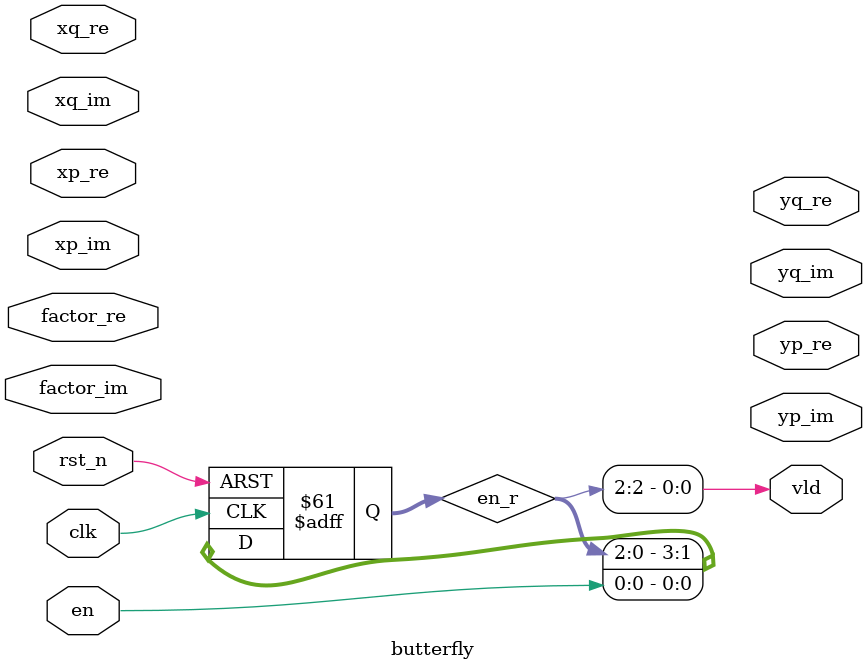
<source format=v>
module butterfly(
    input clk, 
    input rst_n,
    input en,
    input signed [15:0] xp_re,
    input signed [15:0] xp_im,
    input signed [15:0] xq_re,
    input signed [15:0] xq_im,
    input signed [15:0] factor_re,
    input signed [15:0] factor_im,
    output vld,
    output signed [15:0] yp_re,
    output signed [15:0] yp_im,
    output signed [15:0] yq_re,
    output signed [15:0] yq_im
);
reg [3:0] en_r;
    //----------------------------------------------------------------------------
    // 1) 使能信号的流水寄存
    //----------------------------------------------------------------------------

always @(posedge clk or negedge rst_n) begin
    if (rst_n == 1'b0) begin
        en_r <= 0;
    end
    else begin
        en_r <= {en_r[2:0], en};
    end
end
assign vld = en_r[2];

//----------------------------------------------------------------------------
// 2) 第 1 拍：计算 xq 与旋转因子的乘积，并把 xp 做移位对齐
//----------------------------------------------------------------------------


reg signed [31:0] xq_wnr_re0;
reg signed [31:0] xq_wnr_re1;
reg signed [31:0] xq_wnr_im0;
reg signed [31:0] xq_wnr_im1;
reg signed [31:0] xp_re_d;
reg signed [31:0] xp_im_d;

always @(posedge clk or negedge rst_n) begin
    if (rst_n == 1'b0) begin
        xp_re_d <= 0;
        xp_im_d <= 0;
        xq_wnr_re0 <= 0;
        xq_wnr_re1 <= 0;
        xq_wnr_im0 <= 0;
        xq_wnr_im1 <= 0;

    end
    else if(en) begin  //bufferfly algorithm
        xq_wnr_re0 <= xq_re * factor_re; 
        xq_wnr_re1 <= xq_im * factor_im;
        xq_wnr_im0 <= xq_re * factor_im;
        xq_wnr_im1 <= xq_im * factor_re;

        //xp 左移15位
        xp_re_d <= {{4{xp_re[15]}}, xp_re[14:0],13'b0};
        xp_im_d <= {{4{xp_im[15]}}, xp_im[14:0],13'b0};
    end
end
    //----------------------------------------------------------------------------
    // 3) 第 2 拍：蝶形核心加/减(合并乘积)
    //----------------------------------------------------------------------------


reg signed [31:0] xq_wnr_re;
reg signed [31:0] xq_wnr_im;
reg signed [31:0] xp_re_d1;
reg signed [31:0] xp_im_d1; 

always @(posedge clk or negedge rst_n) begin
    if (rst_n == 1'b0) begin
        xq_wnr_re <= 0;
        xq_wnr_im <= 0;
        xp_re_d1 <= 0;
        xp_im_d1 <= 0;
    end
    else if(en_r[0]) begin
        xp_re_d1 <= xp_re_d;
        xp_im_d1 <= xp_im_d;
        xq_wnr_re <= xq_wnr_re0 - xq_wnr_re1;// xq * Wn 的实部
        xq_wnr_im <= xq_wnr_im0 + xq_wnr_im1;// xq * Wn 的虚部
    end
end

    //----------------------------------------------------------------------------
    // 4) 第 3 拍：最终蝶形加减(与 xp 相加/相减)
    //----------------------------------------------------------------------------

reg signed [31:0] yp_re_r;
reg signed [31:0] yp_im_r;
reg signed [31:0] yq_re_r;
reg signed [31:0] yq_im_r;

always @(posedge clk or negedge rst_n) begin
    if (rst_n == 1'b0) begin
        yp_re_r <= 0;
        yp_im_r <= 0;
        yq_re_r <= 0;
        yq_im_r <= 0;
    end
    else if(en_r[1]) begin
        yp_re_r <= xp_re_d1 + xq_wnr_re;
        yp_im_r <= xp_im_d1 + xq_wnr_im;
        yq_re_r <= xp_re_d1 - xq_wnr_re;
        yq_im_r <= xp_im_d1 - xq_wnr_im;
    end
end


endmodule
</source>
